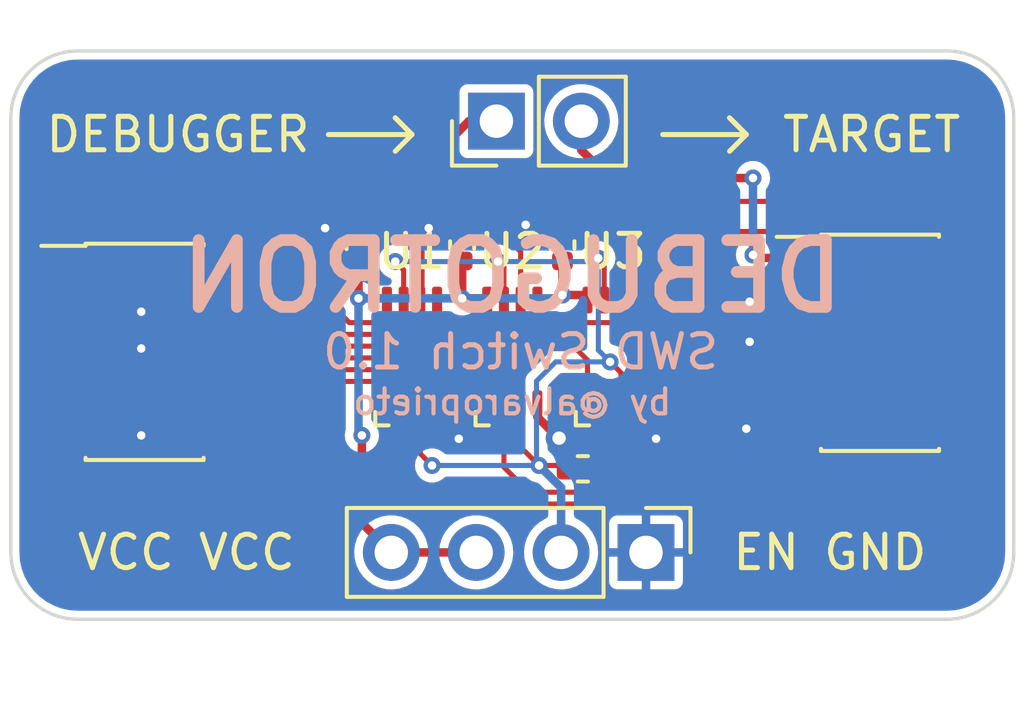
<source format=kicad_pcb>
(kicad_pcb (version 20211014) (generator pcbnew)
  (title_block (title "Debugotron SWD Switch") (date "2021-11-14") (rev "1.0") (company "Quesadillon LLC"))
  (layers (0 "F.Cu" signal) (31 "B.Cu" signal) (34 "B.Paste" user) (35 "F.Paste" user) (36 "B.SilkS" user "B.Silkscreen") (37 "F.SilkS" user "F.Silkscreen") (38 "B.Mask" user) (39 "F.Mask" user) (44 "Edge.Cuts" user))
  (net 0 "")
  (net 1 "VCC")
  (net 2 "GND")
  (net 3 "/VREF")
  (net 4 "/SWDIO_TMS")
  (net 5 "/SWDCLK_TCK")
  (net 6 "/SWO_TDO")
  (net 8 "/TDI")
  (net 9 "/RESET")
  (net 10 "/SWD_EN")
  (net 11 "/VREF_OUT")
  (net 12 "/SWDIO_TMS_OUT")
  (net 13 "/SWDCLK_TCK_OUT")
  (net 14 "/SWO_TDO_OUT")
  (net 16 "/TDI_OUT")
  (net 17 "/RESET_OUT")
  (footprint "Connector_PinHeader_2.54mm:PinHeader_1x04_P2.54mm_Vertical" (layer "F.Cu") (at 114 66 -90)
    (fp_text reference "J2" hide)
    (fp_text value "Conn_01x04")
    (fp_line (start -1.33 1.27) (end -1.33 8.95) (layer "F.SilkS") (width 0.12))
    (fp_line (start 1.33 1.27) (end 1.33 8.95) (layer "F.SilkS") (width 0.12))
    (fp_line (start -1.33 8.95) (end 1.33 8.95) (layer "F.SilkS") (width 0.12))
    (fp_line (start -1.33 1.27) (end 1.33 1.27) (layer "F.SilkS") (width 0.12))
    (fp_line (start -1.33 -1.33) (end 0 -1.33) (layer "F.SilkS") (width 0.12))
    (fp_line (start -1.33 0) (end -1.33 -1.33) (layer "F.SilkS") (width 0.12))
    (pad "1" thru_hole rect locked (at 0 0 270) (size 1.7 1.7) (drill 1) (layers *.Cu *.Mask) (net 2 "GND"))
    (pad "2" thru_hole oval locked (at 0 2.54 270) (size 1.7 1.7) (drill 1) (layers *.Cu *.Mask) (net 10 "/SWD_EN"))
    (pad "3" thru_hole oval locked (at 0 5.08 270) (size 1.7 1.7) (drill 1) (layers *.Cu *.Mask) (net 1 "VCC"))
    (pad "4" thru_hole oval locked (at 0 7.62 270) (size 1.7 1.7) (drill 1) (layers *.Cu *.Mask) (net 1 "VCC"))
  )
  (footprint "alvarop:SN74LVC2G66-VSSOP" (layer "F.Cu") (at 110 60)
    (fp_text reference "U2" (at 0 -3 unlocked) (layer "F.SilkS"))
    (fp_text value "SN74LVC2G66")
    (fp_line (start -1.1 2.2) (end -0.7 2.2) (layer "F.SilkS") (width 0.12))
    (fp_line (start -1.1 2.1) (end -1.1 2.2) (layer "F.SilkS") (width 0.12))
    (fp_line (start -1.1 1.8) (end -1.1 2.1) (layer "F.SilkS") (width 0.12))
    (pad "1" smd roundrect locked (at -0.75 1.55) (size 0.3 0.8) (layers "F.Cu" "F.Paste" "F.Mask") (net 8 "/TDI"))
    (pad "2" smd roundrect locked (at -0.25 1.55) (size 0.3 0.8) (layers "F.Cu" "F.Paste" "F.Mask") (net 16 "/TDI_OUT"))
    (pad "3" smd roundrect locked (at 0.25 1.55) (size 0.3 0.8) (layers "F.Cu" "F.Paste" "F.Mask") (net 10 "/SWD_EN"))
    (pad "4" smd roundrect locked (at 0.75 1.55) (size 0.3 0.8) (layers "F.Cu" "F.Paste" "F.Mask") (net 2 "GND"))
    (pad "5" smd roundrect locked (at 0.75 -1.55) (size 0.3 0.8) (layers "F.Cu" "F.Paste" "F.Mask") (net 4 "/SWDIO_TMS"))
    (pad "6" smd roundrect locked (at 0.25 -1.55) (size 0.3 0.8) (layers "F.Cu" "F.Paste" "F.Mask") (net 12 "/SWDIO_TMS_OUT"))
    (pad "7" smd roundrect locked (at -0.25 -1.55) (size 0.3 0.8) (layers "F.Cu" "F.Paste" "F.Mask") (net 10 "/SWD_EN"))
    (pad "8" smd roundrect locked (at -0.75 -1.55) (size 0.3 0.8) (layers "F.Cu" "F.Paste" "F.Mask") (net 1 "VCC"))
  )
  (footprint "Capacitor_SMD:C_0402_1005Metric" (layer "F.Cu") (at 111.5 56.8 90)
    (fp_text reference "C3" hide)
    (fp_text value "0.1uF")
    (fp_line (start -0.107836 -0.36) (end 0.107836 -0.36) (layer "F.SilkS") (width 0.12))
    (fp_line (start -0.107836 0.36) (end 0.107836 0.36) (layer "F.SilkS") (width 0.12))
    (pad "1" smd roundrect locked (at -0.48 0 90) (size 0.56 0.62) (layers "F.Cu" "F.Paste" "F.Mask") (net 1 "VCC"))
    (pad "2" smd roundrect locked (at 0.48 0 90) (size 0.56 0.62) (layers "F.Cu" "F.Paste" "F.Mask") (net 2 "GND"))
  )
  (footprint "Connector_PinHeader_1.27mm:PinHeader_2x05_P1.27mm_Vertical_SMD" (layer "F.Cu") (at 99 60)
    (fp_text reference "J1" hide)
    (fp_text value "SWD_IN")
    (fp_line (start -3.09 -3.17) (end -1.765 -3.17) (layer "F.SilkS") (width 0.12))
    (fp_line (start -1.765 -3.235) (end 1.765 -3.235) (layer "F.SilkS") (width 0.12))
    (fp_line (start -1.765 3.235) (end 1.765 3.235) (layer "F.SilkS") (width 0.12))
    (fp_line (start 1.765 3.17) (end 1.765 3.235) (layer "F.SilkS") (width 0.12))
    (fp_line (start 1.765 -3.235) (end 1.765 -3.17) (layer "F.SilkS") (width 0.12))
    (fp_line (start -1.765 -3.235) (end -1.765 -3.17) (layer "F.SilkS") (width 0.12))
    (fp_line (start -1.765 3.17) (end -1.765 3.235) (layer "F.SilkS") (width 0.12))
    (pad "1" smd rect locked (at -1.95 -2.54) (size 2.4 0.74) (layers "F.Cu" "F.Paste" "F.Mask") (net 3 "/VREF"))
    (pad "2" smd rect locked (at 1.95 -2.54) (size 2.4 0.74) (layers "F.Cu" "F.Paste" "F.Mask") (net 4 "/SWDIO_TMS"))
    (pad "3" smd rect locked (at -1.95 -1.27) (size 2.4 0.74) (layers "F.Cu" "F.Paste" "F.Mask") (net 2 "GND"))
    (pad "4" smd rect locked (at 1.95 -1.27) (size 2.4 0.74) (layers "F.Cu" "F.Paste" "F.Mask") (net 5 "/SWDCLK_TCK"))
    (pad "5" smd rect locked (at -1.95 0) (size 2.4 0.74) (layers "F.Cu" "F.Paste" "F.Mask") (net 2 "GND"))
    (pad "6" smd rect locked (at 1.95 0) (size 2.4 0.74) (layers "F.Cu" "F.Paste" "F.Mask") (net 6 "/SWO_TDO"))
    (pad "7" smd rect locked (at -1.95 1.27) (size 2.4 0.74) (layers "F.Cu" "F.Paste" "F.Mask"))
    (pad "8" smd rect locked (at 1.95 1.27) (size 2.4 0.74) (layers "F.Cu" "F.Paste" "F.Mask") (net 8 "/TDI"))
    (pad "9" smd rect locked (at -1.95 2.54) (size 2.4 0.74) (layers "F.Cu" "F.Paste" "F.Mask") (net 2 "GND"))
    (pad "10" smd rect locked (at 1.95 2.54) (size 2.4 0.74) (layers "F.Cu" "F.Paste" "F.Mask") (net 9 "/RESET"))
  )
  (footprint "Connector_PinHeader_2.54mm:PinHeader_1x02_P2.54mm_Vertical" (layer "F.Cu") (at 109.525 53.1 90)
    (fp_text reference "J3" hide)
    (fp_text value "SWD_PWR")
    (fp_line (start -1.33 1.27) (end -1.33 3.87) (layer "F.SilkS") (width 0.12))
    (fp_line (start -1.33 -1.33) (end 0 -1.33) (layer "F.SilkS") (width 0.12))
    (fp_line (start -1.33 0) (end -1.33 -1.33) (layer "F.SilkS") (width 0.12))
    (fp_line (start 1.33 1.27) (end 1.33 3.87) (layer "F.SilkS") (width 0.12))
    (fp_line (start -1.33 1.27) (end 1.33 1.27) (layer "F.SilkS") (width 0.12))
    (fp_line (start -1.33 3.87) (end 1.33 3.87) (layer "F.SilkS") (width 0.12))
    (pad "1" thru_hole rect locked (at 0 0 90) (size 1.7 1.7) (drill 1) (layers *.Cu *.Mask) (net 1 "VCC"))
    (pad "2" thru_hole oval locked (at 0 2.54 90) (size 1.7 1.7) (drill 1) (layers *.Cu *.Mask) (net 11 "/VREF_OUT"))
  )
  (footprint "Capacitor_SMD:C_0402_1005Metric" (layer "F.Cu") (at 108.5 56.8 90)
    (fp_text reference "C2" hide)
    (fp_text value "0.1uF")
    (fp_line (start -0.107836 -0.36) (end 0.107836 -0.36) (layer "F.SilkS") (width 0.12))
    (fp_line (start -0.107836 0.36) (end 0.107836 0.36) (layer "F.SilkS") (width 0.12))
    (pad "1" smd roundrect locked (at -0.48 0 90) (size 0.56 0.62) (layers "F.Cu" "F.Paste" "F.Mask") (net 1 "VCC"))
    (pad "2" smd roundrect locked (at 0.48 0 90) (size 0.56 0.62) (layers "F.Cu" "F.Paste" "F.Mask") (net 2 "GND"))
  )
  (footprint "Capacitor_SMD:C_0402_1005Metric" (layer "F.Cu") (at 105.4 56.82 90)
    (fp_text reference "C1" hide)
    (fp_text value "0.1uF")
    (fp_line (start -0.107836 0.36) (end 0.107836 0.36) (layer "F.SilkS") (width 0.12))
    (fp_line (start -0.107836 -0.36) (end 0.107836 -0.36) (layer "F.SilkS") (width 0.12))
    (pad "1" smd roundrect locked (at -0.48 0 90) (size 0.56 0.62) (layers "F.Cu" "F.Paste" "F.Mask") (net 1 "VCC"))
    (pad "2" smd roundrect locked (at 0.48 0 90) (size 0.56 0.62) (layers "F.Cu" "F.Paste" "F.Mask") (net 2 "GND"))
  )
  (footprint "alvarop:SN74LVC2G66-VSSOP" (layer "F.Cu") (at 107 60)
    (fp_text reference "U1" (at 0 -3 unlocked) (layer "F.SilkS"))
    (fp_text value "SN74LVC2G66")
    (fp_line (start -1.1 1.8) (end -1.1 2.1) (layer "F.SilkS") (width 0.12))
    (fp_line (start -1.1 2.1) (end -1.1 2.2) (layer "F.SilkS") (width 0.12))
    (fp_line (start -1.1 2.2) (end -0.7 2.2) (layer "F.SilkS") (width 0.12))
    (pad "1" smd roundrect locked (at -0.75 1.55) (size 0.3 0.8) (layers "F.Cu" "F.Paste" "F.Mask") (net 9 "/RESET"))
    (pad "2" smd roundrect locked (at -0.25 1.55) (size 0.3 0.8) (layers "F.Cu" "F.Paste" "F.Mask") (net 17 "/RESET_OUT"))
    (pad "3" smd roundrect locked (at 0.25 1.55) (size 0.3 0.8) (layers "F.Cu" "F.Paste" "F.Mask") (net 10 "/SWD_EN"))
    (pad "4" smd roundrect locked (at 0.75 1.55) (size 0.3 0.8) (layers "F.Cu" "F.Paste" "F.Mask") (net 2 "GND"))
    (pad "5" smd roundrect locked (at 0.75 -1.55) (size 0.3 0.8) (layers "F.Cu" "F.Paste" "F.Mask") (net 3 "/VREF"))
    (pad "6" smd roundrect locked (at 0.25 -1.55) (size 0.3 0.8) (layers "F.Cu" "F.Paste" "F.Mask") (net 11 "/VREF_OUT"))
    (pad "7" smd roundrect locked (at -0.25 -1.55) (size 0.3 0.8) (layers "F.Cu" "F.Paste" "F.Mask") (net 10 "/SWD_EN"))
    (pad "8" smd roundrect locked (at -0.75 -1.55) (size 0.3 0.8) (layers "F.Cu" "F.Paste" "F.Mask") (net 1 "VCC"))
  )
  (footprint "Connector_PinHeader_1.27mm:PinHeader_2x05_P1.27mm_Vertical_SMD" (layer "F.Cu") (at 121 59.73)
    (fp_text reference "J4" hide)
    (fp_text value "SWD_OUT")
    (fp_line (start 1.765 3.17) (end 1.765 3.235) (layer "F.SilkS") (width 0.12))
    (fp_line (start -3.09 -3.17) (end -1.765 -3.17) (layer "F.SilkS") (width 0.12))
    (fp_line (start 1.765 -3.235) (end 1.765 -3.17) (layer "F.SilkS") (width 0.12))
    (fp_line (start -1.765 3.17) (end -1.765 3.235) (layer "F.SilkS") (width 0.12))
    (fp_line (start -1.765 -3.235) (end -1.765 -3.17) (layer "F.SilkS") (width 0.12))
    (fp_line (start -1.765 -3.235) (end 1.765 -3.235) (layer "F.SilkS") (width 0.12))
    (fp_line (start -1.765 3.235) (end 1.765 3.235) (layer "F.SilkS") (width 0.12))
    (pad "1" smd rect locked (at -1.95 -2.54) (size 2.4 0.74) (layers "F.Cu" "F.Paste" "F.Mask") (net 11 "/VREF_OUT"))
    (pad "2" smd rect locked (at 1.95 -2.54) (size 2.4 0.74) (layers "F.Cu" "F.Paste" "F.Mask") (net 12 "/SWDIO_TMS_OUT"))
    (pad "3" smd rect locked (at -1.95 -1.27) (size 2.4 0.74) (layers "F.Cu" "F.Paste" "F.Mask") (net 2 "GND"))
    (pad "4" smd rect locked (at 1.95 -1.27) (size 2.4 0.74) (layers "F.Cu" "F.Paste" "F.Mask") (net 13 "/SWDCLK_TCK_OUT"))
    (pad "5" smd rect locked (at -1.95 0) (size 2.4 0.74) (layers "F.Cu" "F.Paste" "F.Mask") (net 2 "GND"))
    (pad "6" smd rect locked (at 1.95 0) (size 2.4 0.74) (layers "F.Cu" "F.Paste" "F.Mask") (net 14 "/SWO_TDO_OUT"))
    (pad "7" smd rect locked (at -1.95 1.27) (size 2.4 0.74) (layers "F.Cu" "F.Paste" "F.Mask"))
    (pad "8" smd rect locked (at 1.95 1.27) (size 2.4 0.74) (layers "F.Cu" "F.Paste" "F.Mask") (net 16 "/TDI_OUT"))
    (pad "9" smd rect locked (at -1.95 2.54) (size 2.4 0.74) (layers "F.Cu" "F.Paste" "F.Mask") (net 2 "GND"))
    (pad "10" smd rect locked (at 1.95 2.54) (size 2.4 0.74) (layers "F.Cu" "F.Paste" "F.Mask") (net 17 "/RESET_OUT"))
  )
  (footprint "alvarop:SN74LVC2G66-VSSOP" (layer "F.Cu") (at 113 60)
    (fp_text reference "U3" (at 0 -3 unlocked) (layer "F.SilkS"))
    (fp_text value "SN74LVC2G66")
    (fp_line (start -1.1 1.8) (end -1.1 2.1) (layer "F.SilkS") (width 0.12))
    (fp_line (start -1.1 2.2) (end -0.7 2.2) (layer "F.SilkS") (width 0.12))
    (fp_line (start -1.1 2.1) (end -1.1 2.2) (layer "F.SilkS") (width 0.12))
    (pad "1" smd roundrect locked (at -0.75 1.55) (size 0.3 0.8) (layers "F.Cu" "F.Paste" "F.Mask") (net 6 "/SWO_TDO"))
    (pad "2" smd roundrect locked (at -0.25 1.55) (size 0.3 0.8) (layers "F.Cu" "F.Paste" "F.Mask") (net 14 "/SWO_TDO_OUT"))
    (pad "3" smd roundrect locked (at 0.25 1.55) (size 0.3 0.8) (layers "F.Cu" "F.Paste" "F.Mask") (net 10 "/SWD_EN"))
    (pad "4" smd roundrect locked (at 0.75 1.55) (size 0.3 0.8) (layers "F.Cu" "F.Paste" "F.Mask") (net 2 "GND"))
    (pad "5" smd roundrect locked (at 0.75 -1.55) (size 0.3 0.8) (layers "F.Cu" "F.Paste" "F.Mask") (net 5 "/SWDCLK_TCK"))
    (pad "6" smd roundrect locked (at 0.25 -1.55) (size 0.3 0.8) (layers "F.Cu" "F.Paste" "F.Mask") (net 13 "/SWDCLK_TCK_OUT"))
    (pad "7" smd roundrect locked (at -0.25 -1.55) (size 0.3 0.8) (layers "F.Cu" "F.Paste" "F.Mask") (net 10 "/SWD_EN"))
    (pad "8" smd roundrect locked (at -0.75 -1.55) (size 0.3 0.8) (layers "F.Cu" "F.Paste" "F.Mask") (net 1 "VCC"))
  )
  (footprint "Resistor_SMD:R_0402_1005Metric" (layer "F.Cu") (at 112.11 63.5)
    (fp_text reference "R2" hide)
    (fp_text value "10k")
    (fp_line (start -0.153641 -0.38) (end 0.153641 -0.38) (layer "F.SilkS") (width 0.12))
    (fp_line (start -0.153641 0.38) (end 0.153641 0.38) (layer "F.SilkS") (width 0.12))
    (pad "1" smd roundrect locked (at -0.51 0) (size 0.54 0.64) (layers "F.Cu" "F.Paste" "F.Mask") (net 10 "/SWD_EN"))
    (pad "2" smd roundrect locked (at 0.51 0) (size 0.54 0.64) (layers "F.Cu" "F.Paste" "F.Mask") (net 2 "GND"))
  )
  (gr_line (start 106.5 53) (end 107 53.5) (layer "F.SilkS") (width 0.15))
  (gr_line (start 116.5 53) (end 117 53.5) (layer "F.SilkS") (width 0.15))
  (gr_line (start 107 53.5) (end 106.5 53) (layer "F.SilkS") (width 0.15))
  (gr_line (start 117 53.5) (end 116.5 54) (layer "F.SilkS") (width 0.15))
  (gr_line (start 107 53.5) (end 106.5 54) (layer "F.SilkS") (width 0.15))
  (gr_line (start 104.5 53.5) (end 107 53.5) (layer "F.SilkS") (width 0.15))
  (gr_line (start 117 53.5) (end 116.5 53) (layer "F.SilkS") (width 0.15))
  (gr_line (start 114.5 53.5) (end 117 53.5) (layer "F.SilkS") (width 0.15))
  (gr_arc (start 125 66) (mid 124.414214 67.414214) (end 123 68) (layer "Edge.Cuts") (width 0.1))
  (gr_arc (start 97 68) (mid 95.585786 67.414214) (end 95 66) (layer "Edge.Cuts") (width 0.1))
  (gr_line (start 125 53) (end 125 66) (layer "Edge.Cuts") (width 0.1))
  (gr_line (start 95 66) (end 95 53) (layer "Edge.Cuts") (width 0.1))
  (gr_line (start 123 68) (end 97 68) (layer "Edge.Cuts") (width 0.1))
  (gr_arc (start 95 53) (mid 95.585786 51.585786) (end 97 51) (layer "Edge.Cuts") (width 0.1))
  (gr_arc (start 123 51) (mid 124.414214 51.585786) (end 125 53) (layer "Edge.Cuts") (width 0.1))
  (gr_line (start 97 51) (end 123 51) (layer "Edge.Cuts") (width 0.1))
  (gr_text "SWD Switch 1.0" (at 110.25 60) (layer "B.SilkS") (effects (font (size 1 1)) (justify mirror)))
  (gr_text "by @alvaroprieto" (at 110 61.5) (layer "B.SilkS") (effects (font (size 0.75 0.75) (thickness 0.125)) (justify mirror)))
  (gr_text "DEBUGOTRON" (at 110 57.75) (layer "B.SilkS") (effects (font (size 2 2) (thickness 0.35)) (justify mirror)))
  (gr_text "TARGET" (at 120.75 53.5) (layer "F.SilkS") (effects (font (size 1 1))))
  (gr_text "VCC VCC" (at 100.25 66) (layer "F.SilkS") (effects (font (size 1 1))))
  (gr_text "DEBUGGER" (at 100 53.5) (layer "F.SilkS") (effects (font (size 1 1))))
  (gr_text "EN GND" (at 119.5 66) (layer "F.SilkS") (effects (font (size 1 1))))
  (segment (start 105.4 58.4) (end 106.2 58.4) (width 0.254) (layer "F.Cu") (net 1))
  (segment (start 105.4 57.3) (end 105.41364 57.3) (width 0.254) (layer "F.Cu") (net 1))
  (segment (start 105.41364 57.3) (end 106.3 56.41364) (width 0.254) (layer "F.Cu") (net 1))
  (segment (start 105.4 57.3) (end 105.4 58.4) (width 0.254) (layer "F.Cu") (net 1))
  (segment (start 109.2 58.4) (end 109.25 58.45) (width 0.254) (layer "F.Cu") (net 1))
  (segment (start 106.3 55.5) (end 108.7 53.1) (width 0.254) (layer "F.Cu") (net 1))
  (segment (start 106.2 58.4) (end 106.25 58.45) (width 0.254) (layer "F.Cu") (net 1))
  (segment (start 105.5 62.5) (end 105.5 65.12) (width 0.254) (layer "F.Cu") (net 1))
  (segment (start 105.5 65.12) (end 106.38 66) (width 0.254) (layer "F.Cu") (net 1))
  (segment (start 112.1 58.3) (end 112.25 58.45) (width 0.254) (layer "F.Cu") (net 1))
  (segment (start 106.3 56.41364) (end 106.3 55.5) (width 0.254) (layer "F.Cu") (net 1))
  (segment (start 111.5 58.3) (end 112.1 58.3) (width 0.254) (layer "F.Cu") (net 1))
  (segment (start 108.7 53.1) (end 109.525 53.1) (width 0.254) (layer "F.Cu") (net 1))
  (segment (start 108.5 58.4) (end 108.5 57.28) (width 0.254) (layer "F.Cu") (net 1))
  (segment (start 111.5 57.28) (end 111.5 58.3) (width 0.254) (layer "F.Cu") (net 1))
  (segment (start 108.92 66) (end 106.38 66) (width 0.254) (layer "F.Cu") (net 1))
  (segment (start 108.5 58.4) (end 109.2 58.4) (width 0.254) (layer "F.Cu") (net 1))
  (via (at 105.4 58.4) (size 0.508) (drill 0.254) (layers "F.Cu" "B.Cu") (net 1))
  (via (at 108.5 58.4) (size 0.508) (drill 0.254) (layers "F.Cu" "B.Cu") (net 1))
  (via (at 111.5 58.3) (size 0.508) (drill 0.254) (layers "F.Cu" "B.Cu") (net 1))
  (via (at 105.5 62.5) (size 0.508) (drill 0.254) (layers "F.Cu" "B.Cu") (net 1))
  (segment (start 111.4 58.4) (end 108.5 58.4) (width 0.254) (layer "B.Cu") (net 1))
  (segment (start 111.5 58.3) (end 111.4 58.4) (width 0.254) (layer "B.Cu") (net 1))
  (segment (start 105.4 62.4) (end 105.5 62.5) (width 0.254) (layer "B.Cu") (net 1))
  (segment (start 105.4 58.4) (end 105.4 62.4) (width 0.254) (layer "B.Cu") (net 1))
  (segment (start 108.5 58.4) (end 105.4 58.4) (width 0.254) (layer "B.Cu") (net 1))
  (segment (start 111.4 62.6) (end 111.4 62.582746) (width 0.254) (layer "F.Cu") (net 2))
  (segment (start 97.05 58.73) (end 98.83 58.73) (width 0.254) (layer "F.Cu") (net 2))
  (segment (start 107.75 61.95) (end 108.4 62.6) (width 0.254) (layer "F.Cu") (net 2))
  (segment (start 111.4 62.582746) (end 111.399989 62.582735) (width 0.254) (layer "F.Cu") (net 2))
  (segment (start 112.62 62.82) (end 112.62 63.5) (width 0.254) (layer "F.Cu") (net 2))
  (segment (start 112.4 62.6) (end 112.62 62.82) (width 0.254) (layer "F.Cu") (net 2))
  (segment (start 113.75 61.55) (end 113.75 62.05) (width 0.254) (layer "F.Cu") (net 2))
  (segment (start 110.75 61.95) (end 111.4 62.6) (width 0.254) (layer "F.Cu") (net 2))
  (segment (start 97.05 62.54) (end 98.86 62.54) (width 0.254) (layer "F.Cu") (net 2))
  (segment (start 104.44 56.34) (end 104.4 56.3) (width 0.254) (layer "F.Cu") (net 2))
  (segment (start 98.8 60) (end 98.9 59.9) (width 0.254) (layer "F.Cu") (net 2))
  (segment (start 113.75 62.05) (end 114.3 62.6) (width 0.254) (layer "F.Cu") (net 2))
  (segment (start 117.13 59.73) (end 117.1 59.7) (width 0.254) (layer "F.Cu") (net 2))
  (segment (start 107.52 56.32) (end 107.5 56.3) (width 0.254) (layer "F.Cu") (net 2))
  (segment (start 119.05 62.27) (end 117.03 62.27) (width 0.254) (layer "F.Cu") (net 2))
  (segment (start 111.4 62.6) (end 112.4 62.6) (width 0.254) (layer "F.Cu") (net 2))
  (segment (start 105.4 56.34) (end 104.44 56.34) (width 0.254) (layer "F.Cu") (net 2))
  (segment (start 108.5 56.32) (end 107.52 56.32) (width 0.254) (layer "F.Cu") (net 2))
  (segment (start 117.03 62.27) (end 117 62.3) (width 0.254) (layer "F.Cu") (net 2))
  (segment (start 110.75 61.55) (end 110.75 61.95) (width 0.254) (layer "F.Cu") (net 2))
  (segment (start 119.05 59.73) (end 117.13 59.73) (width 0.254) (layer "F.Cu") (net 2))
  (segment (start 111.5 56.32) (end 110.52 56.32) (width 0.254) (layer "F.Cu") (net 2))
  (segment (start 117.14 58.46) (end 117.1 58.5) (width 0.254) (layer "F.Cu") (net 2))
  (segment (start 119.05 58.46) (end 117.14 58.46) (width 0.254) (layer "F.Cu") (net 2))
  (segment (start 107.75 61.55) (end 107.75 61.95) (width 0.254) (layer "F.Cu") (net 2))
  (segment (start 110.52 56.32) (end 110.4 56.2) (width 0.254) (layer "F.Cu") (net 2))
  (segment (start 98.83 58.73) (end 98.9 58.8) (width 0.254) (layer "F.Cu") (net 2))
  (segment (start 97.05 60) (end 98.8 60) (width 0.254) (layer "F.Cu") (net 2))
  (segment (start 98.86 62.54) (end 98.9 62.5) (width 0.254) (layer "F.Cu") (net 2))
  (via (at 111.399989 62.582735) (size 0.8) (drill 0.4) (layers "F.Cu" "B.Cu") (net 2))
  (via (at 107.5 56.3) (size 0.508) (drill 0.254) (layers "F.Cu" "B.Cu") (net 2))
  (via (at 117.1 59.7) (size 0.508) (drill 0.254) (layers "F.Cu" "B.Cu") (net 2))
  (via (at 114.3 62.600002) (size 0.508) (drill 0.254) (layers "F.Cu" "B.Cu") (net 2))
  (via (at 117 62.3) (size 0.508) (drill 0.254) (layers "F.Cu" "B.Cu") (net 2))
  (via (at 110.4 56.2) (size 0.508) (drill 0.254) (layers "F.Cu" "B.Cu") (net 2))
  (via (at 98.9 62.5) (size 0.508) (drill 0.254) (layers "F.Cu" "B.Cu") (net 2))
  (via (at 117.1 58.5) (size 0.508) (drill 0.254) (layers "F.Cu" "B.Cu") (net 2))
  (via (at 98.9 59.9) (size 0.508) (drill 0.254) (layers "F.Cu" "B.Cu") (net 2))
  (via (at 104.4 56.3) (size 0.508) (drill 0.254) (layers "F.Cu" "B.Cu") (net 2))
  (via (at 108.4 62.6) (size 0.508) (drill 0.254) (layers "F.Cu" "B.Cu") (net 2))
  (via (at 98.9 58.8) (size 0.508) (drill 0.254) (layers "F.Cu" "B.Cu") (net 2))
  (segment (start 107.47428 59.12572) (end 107.75 58.849999) (width 0.1524) (layer "F.Cu") (net 3))
  (segment (start 104.4 57.3) (end 104.4 58.4) (width 0.1524) (layer "F.Cu") (net 3))
  (segment (start 104.4 58.4) (end 105.12572 59.12572) (width 0.1524) (layer "F.Cu") (net 3))
  (segment (start 103.6 56.5) (end 104.4 57.3) (width 0.1524) (layer "F.Cu") (net 3))
  (segment (start 97.05 57.46) (end 98.54 57.46) (width 0.1524) (layer "F.Cu") (net 3))
  (segment (start 105.12572 59.12572) (end 107.47428 59.12572) (width 0.1524) (layer "F.Cu") (net 3))
  (segment (start 107.75 58.849999) (end 107.75 58.45) (width 0.1524) (layer "F.Cu") (net 3))
  (segment (start 99.5 56.5) (end 103.6 56.5) (width 0.1524) (layer "F.Cu") (net 3))
  (segment (start 98.54 57.46) (end 99.5 56.5) (width 0.1524) (layer "F.Cu") (net 3))
  (segment (start 108.5 59.2) (end 110.399999 59.2) (width 0.1524) (layer "F.Cu") (net 4))
  (segment (start 108.22236 59.47764) (end 108.5 59.2) (width 0.1524) (layer "F.Cu") (net 4))
  (segment (start 110.399999 59.2) (end 110.75 58.849999) (width 0.1524) (layer "F.Cu") (net 4))
  (segment (start 104.97995 59.47764) (end 108.22236 59.47764) (width 0.1524) (layer "F.Cu") (net 4))
  (segment (start 110.75 58.849999) (end 110.75 58.45) (width 0.1524) (layer "F.Cu") (net 4))
  (segment (start 103.70808 57.46) (end 104.04808 57.8) (width 0.1524) (layer "F.Cu") (net 4))
  (segment (start 104.04808 57.8) (end 104.04808 58.54577) (width 0.1524) (layer "F.Cu") (net 4))
  (segment (start 100.95 57.46) (end 103.70808 57.46) (width 0.1524) (layer "F.Cu") (net 4))
  (segment (start 104.04808 58.54577) (end 104.97995 59.47764) (width 0.1524) (layer "F.Cu") (net 4))
  (segment (start 100.95 58.73) (end 103.73 58.73) (width 0.1524) (layer "F.Cu") (net 5))
  (segment (start 103.73 58.73) (end 104.82956 59.82956) (width 0.1524) (layer "F.Cu") (net 5))
  (segment (start 110.74808 59.55192) (end 111.17428 59.12572) (width 0.1524) (layer "F.Cu") (net 5))
  (segment (start 113.474279 59.12572) (end 113.75 58.849999) (width 0.1524) (layer "F.Cu") (net 5))
  (segment (start 111.17428 59.12572) (end 113.474279 59.12572) (width 0.1524) (layer "F.Cu") (net 5))
  (segment (start 113.75 58.849999) (end 113.75 58.45) (width 0.1524) (layer "F.Cu") (net 5))
  (segment (start 108.9 59.55192) (end 110.74808 59.55192) (width 0.1524) (layer "F.Cu") (net 5))
  (segment (start 104.82956 59.82956) (end 108.62236 59.82956) (width 0.1524) (layer "F.Cu") (net 5))
  (segment (start 108.62236 59.82956) (end 108.9 59.55192) (width 0.1524) (layer "F.Cu") (net 5))
  (segment (start 104.5 60) (end 104.68148 60.18148) (width 0.1524) (layer "F.Cu") (net 6))
  (segment (start 109.6 59.90384) (end 111.90384 59.90384) (width 0.1524) (layer "F.Cu") (net 6))
  (segment (start 111.90384 59.90384) (end 112.25 60.25) (width 0.1524) (layer "F.Cu") (net 6))
  (segment (start 100.95 60) (end 104.5 60) (width 0.1524) (layer "F.Cu") (net 6))
  (segment (start 104.68148 60.18148) (end 109.32236 60.18148) (width 0.1524) (layer "F.Cu") (net 6))
  (segment (start 109.32236 60.18148) (end 109.6 59.90384) (width 0.1524) (layer "F.Cu") (net 6))
  (segment (start 112.25 60.25) (end 112.25 61.55) (width 0.1524) (layer "F.Cu") (net 6))
  (segment (start 109.25 60.75) (end 109.0334 60.5334) (width 0.1524) (layer "F.Cu") (net 8))
  (segment (start 103.8666 60.5334) (end 103.13 61.27) (width 0.1524) (layer "F.Cu") (net 8))
  (segment (start 103.13 61.27) (end 100.95 61.27) (width 0.1524) (layer "F.Cu") (net 8))
  (segment (start 109.25 61.55) (end 109.25 60.75) (width 0.1524) (layer "F.Cu") (net 8))
  (segment (start 109.0334 60.5334) (end 103.8666 60.5334) (width 0.1524) (layer "F.Cu") (net 8))
  (segment (start 106.25 61.05) (end 106.08532 60.88532) (width 0.1524) (layer "F.Cu") (net 9))
  (segment (start 100.95 62.54) (end 102.56 62.54) (width 0.1524) (layer "F.Cu") (net 9))
  (segment (start 106.25 61.55) (end 106.25 61.05) (width 0.1524) (layer "F.Cu") (net 9))
  (segment (start 104.21468 60.88532) (end 106.08532 60.88532) (width 0.1524) (layer "F.Cu") (net 9))
  (segment (start 102.56 62.54) (end 104.21468 60.88532) (width 0.1524) (layer "F.Cu") (net 9))
  (segment (start 106.75 57.55) (end 106.5 57.3) (width 0.1524) (layer "F.Cu") (net 10))
  (segment (start 112.75 57.3757) (end 112.5743 57.2) (width 0.1524) (layer "F.Cu") (net 10))
  (segment (start 112.75 58.45) (end 112.75 57.3757) (width 0.1524) (layer "F.Cu") (net 10))
  (segment (start 110.25 62.85) (end 110.8 63.4) (width 0.1524) (layer "F.Cu") (net 10))
  (segment (start 111.5 63.4) (end 111.6 63.5) (width 0.1524) (layer "F.Cu") (net 10))
  (segment (start 107.25 61.55) (end 107.25 63.05) (width 0.1524) (layer "F.Cu") (net 10))
  (segment (start 113.25 61.55) (end 113.25 60.6243) (width 0.1524) (layer "F.Cu") (net 10))
  (segment (start 110.25 61.55) (end 110.25 62.85) (width 0.1524) (layer "F.Cu") (net 10))
  (segment (start 109.75 58.45) (end 109.75 57.4757) (width 0.1524) (layer "F.Cu") (net 10))
  (segment (start 106.75 58.45) (end 106.75 57.55) (width 0.1524) (layer "F.Cu") (net 10))
  (segment (start 107.25 63.05) (end 107.6 63.4) (width 0.1524) (layer "F.Cu") (net 10))
  (segment (start 113.25 60.6243) (end 112.9257 60.3) (width 0.1524) (layer "F.Cu") (net 10))
  (segment (start 109.75 57.4757) (end 109.5743 57.3) (width 0.1524) (layer "F.Cu") (net 10))
  (segment (start 110.8 63.4) (end 111.5 63.4) (width 0.1524) (layer "F.Cu") (net 10))
  (via (at 109.5743 57.3) (size 0.508) (drill 0.254) (layers "F.Cu" "B.Cu") (net 10))
  (via (at 106.5 57.3) (size 0.508) (drill 0.254) (layers "F.Cu" "B.Cu") (net 10))
  (via (at 112.5743 57.2) (size 0.508) (drill 0.254) (layers "F.Cu" "B.Cu") (net 10))
  (via (at 110.8 63.4) (size 0.508) (drill 0.254) (layers "F.Cu" "B.Cu") (net 10))
  (via (at 107.6 63.4) (size 0.508) (drill 0.254) (layers "F.Cu" "B.Cu") (net 10))
  (via (at 112.9257 60.3) (size 0.508) (drill 0.254) (layers "F.Cu" "B.Cu") (net 10))
  (segment (start 111.46 65.26) (end 111.46 64.06) (width 0.254) (layer "B.Cu") (net 10))
  (segment (start 110.8 63.4) (end 107.6 63.4) (width 0.1524) (layer "B.Cu") (net 10))
  (segment (start 112.4743 57.3) (end 112.5743 57.2) (width 0.1524) (layer "B.Cu") (net 10))
  (segment (start 109.5743 57.3) (end 112.4743 57.3) (width 0.1524) (layer "B.Cu") (net 10))
  (segment (start 106.5 57.3) (end 109.5743 57.3) (width 0.1524) (layer "B.Cu") (net 10))
  (segment (start 110.724289 63.324289) (end 110.8 63.4) (width 0.1524) (layer "B.Cu") (net 10))
  (segment (start 111.3 60.3) (end 110.724289 60.875711) (width 0.1524) (layer "B.Cu") (net 10))
  (segment (start 112.5743 57.2) (end 112.5743 59.9486) (width 0.1524) (layer "B.Cu") (net 10))
  (segment (start 112.9257 60.3) (end 111.3 60.3) (width 0.1524) (layer "B.Cu") (net 10))
  (segment (start 111.46 64.06) (end 110.8 63.4) (width 0.254) (layer "B.Cu") (net 10))
  (segment (start 112.5743 59.9486) (end 112.9257 60.3) (width 0.1524) (layer "B.Cu") (net 10))
  (segment (start 110.724289 60.875711) (end 110.724289 63.324289) (width 0.1524) (layer "B.Cu") (net 10))
  (segment (start 112.9 54.8) (end 112.065 53.965) (width 0.254) (layer "F.Cu") (net 11))
  (segment (start 112.065 53.965) (end 112.065 53.1) (width 0.254) (layer "F.Cu") (net 11))
  (segment (start 106.824289 56.57989) (end 106.824289 56.02011) (width 0.254) (layer "F.Cu") (net 11))
  (segment (start 117.29 57.19) (end 119.05 57.19) (width 0.254) (layer "F.Cu") (net 11))
  (segment (start 108.044399 54.8) (end 112.9 54.8) (width 0.254) (layer "F.Cu") (net 11))
  (segment (start 117.2 57.1) (end 117.29 57.19) (width 0.254) (layer "F.Cu") (net 11))
  (segment (start 106.824289 56.02011) (end 108.044399 54.8) (width 0.254) (layer "F.Cu") (net 11))
  (segment (start 107.25 58.45) (end 107.25 57.005601) (width 0.254) (layer "F.Cu") (net 11))
  (segment (start 112.9 54.8) (end 117.2 54.8) (width 0.254) (layer "F.Cu") (net 11))
  (segment (start 107.25 57.005601) (end 106.824289 56.57989) (width 0.254) (layer "F.Cu") (net 11))
  (via (at 117.2 54.8) (size 0.508) (drill 0.254) (layers "F.Cu" "B.Cu") (net 11))
  (via (at 117.2 57.1) (size 0.508) (drill 0.254) (layers "F.Cu" "B.Cu") (net 11))
  (segment (start 117.2 54.8) (end 117.2 57.1) (width 0.254) (layer "B.Cu") (net 11))
  (segment (start 120 55.5) (end 121.69 57.19) (width 0.1524) (layer "F.Cu") (net 12))
  (segment (start 110.25 57.005601) (end 109.724289 56.47989) (width 0.1524) (layer "F.Cu") (net 12))
  (segment (start 110.25 58.45) (end 110.25 57.005601) (width 0.1524) (layer "F.Cu") (net 12))
  (segment (start 109.724289 56.47989) (end 109.724289 55.92011) (width 0.1524) (layer "F.Cu") (net 12))
  (segment (start 109.724289 55.92011) (end 110.144399 55.5) (width 0.1524) (layer "F.Cu") (net 12))
  (segment (start 121.69 57.19) (end 122.95 57.19) (width 0.1524) (layer "F.Cu") (net 12))
  (segment (start 110.144399 55.5) (end 120 55.5) (width 0.1524) (layer "F.Cu") (net 12))
  (segment (start 121.36 58.46) (end 122.95 58.46) (width 0.1524) (layer "F.Cu") (net 13))
  (segment (start 113.25 58.45) (end 113.25 56.85) (width 0.1524) (layer "F.Cu") (net 13))
  (segment (start 121.1 57.1) (end 121.1 58.2) (width 0.1524) (layer "F.Cu") (net 13))
  (segment (start 121.1 58.2) (end 121.36 58.46) (width 0.1524) (layer "F.Cu") (net 13))
  (segment (start 113.25 56.85) (end 113.7 56.4) (width 0.1524) (layer "F.Cu") (net 13))
  (segment (start 113.7 56.4) (end 120.4 56.4) (width 0.1524) (layer "F.Cu") (net 13))
  (segment (start 120.4 56.4) (end 121.1 57.1) (width 0.1524) (layer "F.Cu") (net 13))
  (segment (start 112.75 62.005601) (end 114.02011 63.275711) (width 0.1524) (layer "F.Cu") (net 14))
  (segment (start 121.07 59.73) (end 122.95 59.73) (width 0.1524) (layer "F.Cu") (net 14))
  (segment (start 114.02011 63.275711) (end 120.124289 63.275711) (width 0.1524) (layer "F.Cu") (net 14))
  (segment (start 120.6 62.8) (end 120.6 60.2) (width 0.1524) (layer "F.Cu") (net 14))
  (segment (start 120.6 60.2) (end 121.07 59.73) (width 0.1524) (layer "F.Cu") (net 14))
  (segment (start 120.124289 63.275711) (end 120.6 62.8) (width 0.1524) (layer "F.Cu") (net 14))
  (segment (start 112.75 61.55) (end 112.75 62.005601) (width 0.1524) (layer "F.Cu") (net 14))
  (segment (start 109.75 63.45) (end 110.5 64.2) (width 0.1524) (layer "F.Cu") (net 16))
  (segment (start 120.95192 62.94577) (end 120.95192 61.44808) (width 0.1524) (layer "F.Cu") (net 16))
  (segment (start 119.69769 64.2) (end 120.95192 62.94577) (width 0.1524) (layer "F.Cu") (net 16))
  (segment (start 110.5 64.2) (end 119.69769 64.2) (width 0.1524) (layer "F.Cu") (net 16))
  (segment (start 120.95192 61.44808) (end 121.4 61) (width 0.1524) (layer "F.Cu") (net 16))
  (segment (start 121.4 61) (end 122.95 61) (width 0.1524) (layer "F.Cu") (net 16))
  (segment (start 109.75 61.55) (end 109.75 63.45) (width 0.1524) (layer "F.Cu") (net 16))
  (segment (start 106.75 61.55) (end 106.75 63.05) (width 0.1524) (layer "F.Cu") (net 17))
  (segment (start 121.30384 63.29616) (end 121.30384 62.49616) (width 0.1524) (layer "F.Cu") (net 17))
  (segment (start 107.55192 64.55192) (end 120.04808 64.55192) (width 0.1524) (layer "F.Cu") (net 17))
  (segment (start 120.04808 64.55192) (end 121.30384 63.29616) (width 0.1524) (layer "F.Cu") (net 17))
  (segment (start 106.75 63.75) (end 107.55192 64.55192) (width 0.1524) (layer "F.Cu") (net 17))
  (segment (start 121.30384 62.49616) (end 121.53 62.27) (width 0.1524) (layer "F.Cu") (net 17))
  (segment (start 106.75 63.05) (end 106.75 63.75) (width 0.1524) (layer "F.Cu") (net 17))
  (segment (start 121.53 62.27) (end 122.95 62.27) (width 0.1524) (layer "F.Cu") (net 17))
  (zone (net 2) (net_name "GND") (layer "B.Cu") (connect_pads (clearance 0.254)) (min_thickness 0.254) (fill yes (thermal_gap 0.254) (thermal_bridge_width 0.254))
    (polygon (pts (xy 125 68) (xy 95 68) (xy 95 51) (xy 125 51)))
  )
)
</source>
